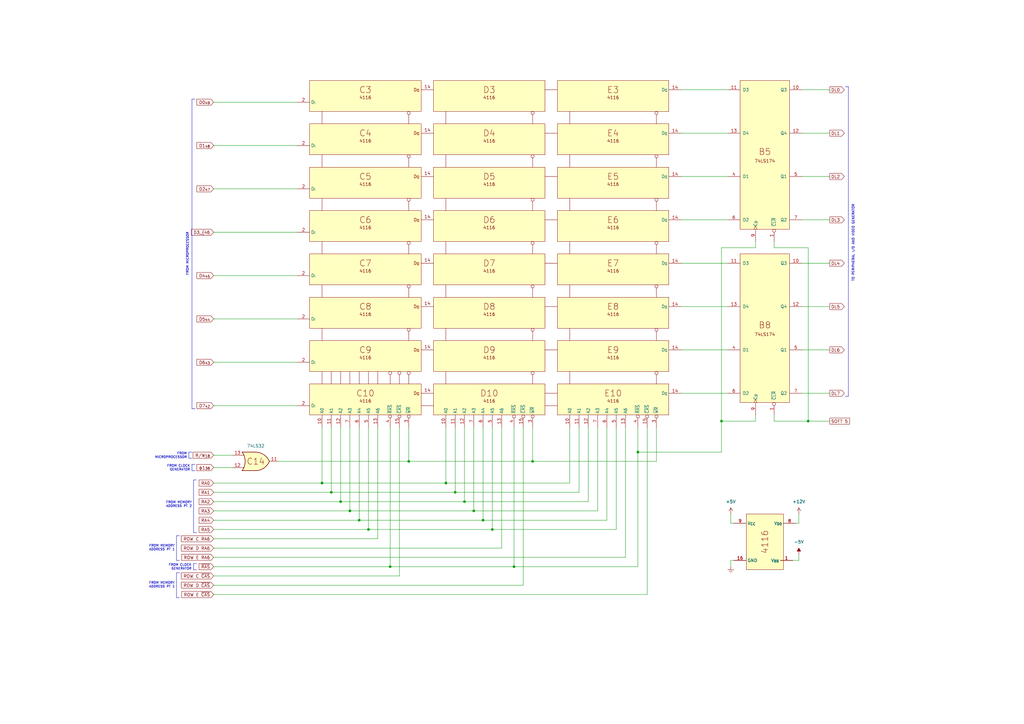
<source format=kicad_sch>
(kicad_sch (version 20211123) (generator eeschema)
  (paper "A3")
  (title_block (title "Apple II - RAM") (date "2022-07-11") (rev "ALL") (company "Apple Computers, Inc.") (comment 1 "Original schematic by Apple Computers") (comment 2 "https://github.com/omega9380/Retro-Schematics") (comment 3 "Replication by Omega9380 - July 2022") (comment 4 "Source: The Apple II Circuit Description by W. Gayler"))
  (lib_symbols
    (symbol "Apple II:4116_POWER"
      (symbol "4116_POWER_1_0"
        (rectangle (start 0 0) (end 22.86 -15.24) (fill (type background)))
        (pin power_in line (at 3.81 -19.05 90) (length 5.08) (name "V_{BB}") (number "1"))
        (pin power_in line (at 3.81 5.08 270) (length 5.08) (name "GND") (number "16"))
        (pin power_in line (at 19.05 -20.32 90) (length 5.08) (name "V_{DD}") (number "8"))
        (pin power_in line (at 19.05 5.08 270) (length 5.08) (name "V_{CC}") (number "9"))
      )
      (symbol "4116_POWER_1_1"
        (text "4116" (at 11.43 -7.62 0) (effects (font (size 2.54 2.54))))
      )
    )
    (symbol "Apple II:4116_RAM_ARRAY"
      (symbol "4116_RAM_ARRAY_0_0"
        (polyline (pts (xy 5.08 -124.46) (xy 5.08 -119.38)))
        (polyline (pts (xy 5.08 -106.68) (xy 5.08 -101.6)))
        (polyline (pts (xy 5.08 -88.9) (xy 5.08 -83.82)))
        (polyline (pts (xy 5.08 -71.12) (xy 5.08 -66.04)))
        (polyline (pts (xy 5.08 -53.34) (xy 5.08 -48.26)))
        (polyline (pts (xy 5.08 -35.56) (xy 5.08 -30.48)))
        (polyline (pts (xy 5.08 -17.78) (xy 5.08 -12.7)))
        (polyline (pts (xy 8.89 -124.46) (xy 8.89 -119.38)))
        (polyline (pts (xy 12.7 -124.46) (xy 12.7 -119.38)))
        (polyline (pts (xy 16.51 -124.46) (xy 16.51 -119.38)))
        (polyline (pts (xy 20.32 -124.46) (xy 20.32 -119.38)))
        (polyline (pts (xy 24.13 -124.46) (xy 24.13 -119.38)))
        (polyline (pts (xy 27.94 -124.46) (xy 27.94 -119.38)))
        (polyline (pts (xy 33.02 -120.65) (xy 33.02 -124.46)))
        (polyline (pts (xy 36.83 -120.65) (xy 36.83 -124.46)))
        (polyline (pts (xy 40.64 -120.65) (xy 40.64 -124.46)))
        (polyline (pts (xy 40.64 -102.87) (xy 40.64 -106.68)))
        (polyline (pts (xy 40.64 -85.09) (xy 40.64 -88.9)))
        (polyline (pts (xy 40.64 -67.31) (xy 40.64 -71.12)))
        (polyline (pts (xy 40.64 -49.53) (xy 40.64 -53.34)))
        (polyline (pts (xy 40.64 -31.75) (xy 40.64 -35.56)))
        (polyline (pts (xy 40.64 -13.97) (xy 40.64 -17.78)))
        (polyline (pts (xy 45.72 -110.49) (xy 50.8 -110.49)))
        (polyline (pts (xy 45.72 -92.71) (xy 50.8 -92.71)))
        (polyline (pts (xy 45.72 -74.93) (xy 50.8 -74.93)))
        (polyline (pts (xy 45.72 -57.15) (xy 50.8 -57.15)))
        (polyline (pts (xy 45.72 -39.37) (xy 50.8 -39.37)))
        (polyline (pts (xy 45.72 -21.59) (xy 50.8 -21.59)))
        (polyline (pts (xy 45.72 -3.81) (xy 50.8 -3.81)))
        (polyline (pts (xy 55.88 -124.46) (xy 55.88 -119.38)))
        (polyline (pts (xy 55.88 -106.68) (xy 55.88 -101.6)))
        (polyline (pts (xy 55.88 -88.9) (xy 55.88 -83.82)))
        (polyline (pts (xy 55.88 -71.12) (xy 55.88 -66.04)))
        (polyline (pts (xy 55.88 -53.34) (xy 55.88 -48.26)))
        (polyline (pts (xy 55.88 -35.56) (xy 55.88 -30.48)))
        (polyline (pts (xy 55.88 -17.78) (xy 55.88 -12.7)))
        (polyline (pts (xy 91.44 -120.65) (xy 91.44 -124.46)))
        (polyline (pts (xy 91.44 -102.87) (xy 91.44 -106.68)))
        (polyline (pts (xy 91.44 -85.09) (xy 91.44 -88.9)))
        (polyline (pts (xy 91.44 -67.31) (xy 91.44 -71.12)))
        (polyline (pts (xy 91.44 -49.53) (xy 91.44 -53.34)))
        (polyline (pts (xy 91.44 -31.75) (xy 91.44 -35.56)))
        (polyline (pts (xy 91.44 -13.97) (xy 91.44 -17.78)))
        (polyline (pts (xy 96.52 -133.35) (xy 101.6 -133.35)))
        (polyline (pts (xy 96.52 -128.27) (xy 101.6 -128.27)))
        (polyline (pts (xy 96.52 -110.49) (xy 101.6 -110.49)))
        (polyline (pts (xy 96.52 -92.71) (xy 101.6 -92.71)))
        (polyline (pts (xy 96.52 -74.93) (xy 101.6 -74.93)))
        (polyline (pts (xy 96.52 -57.15) (xy 101.6 -57.15)))
        (polyline (pts (xy 96.52 -39.37) (xy 101.6 -39.37)))
        (polyline (pts (xy 96.52 -21.59) (xy 101.6 -21.59)))
        (polyline (pts (xy 96.52 -3.81) (xy 101.6 -3.81)))
        (polyline (pts (xy 106.68 -124.46) (xy 106.68 -119.38)))
        (polyline (pts (xy 106.68 -106.68) (xy 106.68 -101.6)))
        (polyline (pts (xy 106.68 -88.9) (xy 106.68 -83.82)))
        (polyline (pts (xy 106.68 -71.12) (xy 106.68 -66.04)))
        (polyline (pts (xy 106.68 -53.34) (xy 106.68 -48.26)))
        (polyline (pts (xy 106.68 -35.56) (xy 106.68 -30.48)))
        (polyline (pts (xy 106.68 -17.78) (xy 106.68 -12.7)))
        (polyline (pts (xy 142.24 -120.65) (xy 142.24 -124.46)))
        (polyline (pts (xy 142.24 -102.87) (xy 142.24 -106.68)))
        (polyline (pts (xy 142.24 -85.09) (xy 142.24 -88.9)))
        (polyline (pts (xy 142.24 -67.31) (xy 142.24 -71.12)))
        (polyline (pts (xy 142.24 -49.53) (xy 142.24 -53.34)))
        (polyline (pts (xy 142.24 -31.75) (xy 142.24 -35.56)))
        (polyline (pts (xy 142.24 -13.97) (xy 142.24 -17.78)))
        (circle (center 33.02 -120.015) (radius 0.635))
        (circle (center 36.83 -120.015) (radius 0.635))
        (circle (center 40.64 -120.015) (radius 0.635))
        (circle (center 40.64 -102.235) (radius 0.635))
        (circle (center 40.64 -84.455) (radius 0.635))
        (circle (center 40.64 -66.675) (radius 0.635))
        (circle (center 40.64 -48.895) (radius 0.635))
        (circle (center 40.64 -31.115) (radius 0.635))
        (circle (center 40.64 -13.335) (radius 0.635))
        (circle (center 91.44 -120.015) (radius 0.635))
        (circle (center 91.44 -102.235) (radius 0.635))
        (circle (center 91.44 -84.455) (radius 0.635))
        (circle (center 91.44 -66.675) (radius 0.635))
        (circle (center 91.44 -48.895) (radius 0.635))
        (circle (center 91.44 -31.115) (radius 0.635))
        (circle (center 91.44 -13.335) (radius 0.635))
        (circle (center 142.24 -120.015) (radius 0.635))
        (circle (center 142.24 -102.235) (radius 0.635))
        (circle (center 142.24 -84.455) (radius 0.635))
        (circle (center 142.24 -66.675) (radius 0.635))
        (circle (center 142.24 -48.895) (radius 0.635))
        (circle (center 142.24 -31.115) (radius 0.635))
        (circle (center 142.24 -13.335) (radius 0.635))
        (text "14" (at 46.99 -109.22 0) (effects (font (size 1.27 1.27)) (justify left)))
        (text "14" (at 46.99 -91.44 0) (effects (font (size 1.27 1.27)) (justify left)))
        (text "14" (at 46.99 -73.66 0) (effects (font (size 1.27 1.27)) (justify left)))
        (text "14" (at 46.99 -55.88 0) (effects (font (size 1.27 1.27)) (justify left)))
        (text "14" (at 46.99 -38.1 0) (effects (font (size 1.27 1.27)) (justify left)))
        (text "14" (at 46.99 -20.32 0) (effects (font (size 1.27 1.27)) (justify left)))
        (text "14" (at 46.99 -2.54 0) (effects (font (size 1.27 1.27)) (justify left)))
        (text "4116" (at 22.86 -113.665 0) (effects (font (size 1.27 1.27))))
        (text "4116" (at 22.86 -95.885 0) (effects (font (size 1.27 1.27))))
        (text "4116" (at 22.86 -78.105 0) (effects (font (size 1.27 1.27))))
        (text "4116" (at 22.86 -60.325 0) (effects (font (size 1.27 1.27))))
        (text "4116" (at 22.86 -42.545 0) (effects (font (size 1.27 1.27))))
        (text "4116" (at 22.86 -24.765 0) (effects (font (size 1.27 1.27))))
        (text "4116" (at 22.86 -6.985 0) (effects (font (size 1.27 1.27))))
        (text "4116" (at 73.66 -113.665 0) (effects (font (size 1.27 1.27))))
        (text "4116" (at 73.66 -95.885 0) (effects (font (size 1.27 1.27))))
        (text "4116" (at 73.66 -78.105 0) (effects (font (size 1.27 1.27))))
        (text "4116" (at 73.66 -60.325 0) (effects (font (size 1.27 1.27))))
        (text "4116" (at 73.66 -42.545 0) (effects (font (size 1.27 1.27))))
        (text "4116" (at 73.66 -24.765 0) (effects (font (size 1.27 1.27))))
        (text "4116" (at 73.66 -6.985 0) (effects (font (size 1.27 1.27))))
        (text "4116" (at 124.46 -131.445 0) (effects (font (size 1.27 1.27))))
        (text "4116" (at 124.46 -113.665 0) (effects (font (size 1.27 1.27))))
        (text "4116" (at 124.46 -95.885 0) (effects (font (size 1.27 1.27))))
        (text "4116" (at 124.46 -78.105 0) (effects (font (size 1.27 1.27))))
        (text "4116" (at 124.46 -60.325 0) (effects (font (size 1.27 1.27))))
        (text "4116" (at 124.46 -42.545 0) (effects (font (size 1.27 1.27))))
        (text "4116" (at 124.46 -24.765 0) (effects (font (size 1.27 1.27))))
        (text "4116" (at 124.46 -6.985 0) (effects (font (size 1.27 1.27))))
        (text "C3" (at 22.86 -3.81 0) (effects (font (size 2.54 2.54))))
        (text "C4" (at 22.86 -21.59 0) (effects (font (size 2.54 2.54))))
        (text "C5" (at 22.86 -39.37 0) (effects (font (size 2.54 2.54))))
        (text "C6" (at 22.86 -57.15 0) (effects (font (size 2.54 2.54))))
        (text "C7" (at 22.86 -74.93 0) (effects (font (size 2.54 2.54))))
        (text "C8" (at 22.86 -92.71 0) (effects (font (size 2.54 2.54))))
        (text "C9" (at 22.86 -110.49 0) (effects (font (size 2.54 2.54))))
        (text "D3" (at 73.66 -3.81 0) (effects (font (size 2.54 2.54))))
        (text "D4" (at 73.66 -21.59 0) (effects (font (size 2.54 2.54))))
        (text "D5" (at 73.66 -39.37 0) (effects (font (size 2.54 2.54))))
        (text "D6" (at 73.66 -57.15 0) (effects (font (size 2.54 2.54))))
        (text "D7" (at 73.66 -74.93 0) (effects (font (size 2.54 2.54))))
        (text "D8" (at 73.66 -92.71 0) (effects (font (size 2.54 2.54))))
        (text "D9" (at 73.66 -110.49 0) (effects (font (size 2.54 2.54))))
        (text "D_{O}" (at 45.085 -110.49 0) (effects (font (size 1.27 1.27)) (justify right)))
        (text "D_{O}" (at 45.085 -92.71 0) (effects (font (size 1.27 1.27)) (justify right)))
        (text "D_{O}" (at 45.085 -74.93 0) (effects (font (size 1.27 1.27)) (justify right)))
        (text "D_{O}" (at 45.085 -57.15 0) (effects (font (size 1.27 1.27)) (justify right)))
        (text "D_{O}" (at 45.085 -39.37 0) (effects (font (size 1.27 1.27)) (justify right)))
        (text "D_{O}" (at 45.085 -21.59 0) (effects (font (size 1.27 1.27)) (justify right)))
        (text "D_{O}" (at 45.085 -3.81 0) (effects (font (size 1.27 1.27)) (justify right)))
        (text "E10" (at 124.46 -128.27 0) (effects (font (size 2.54 2.54))))
        (text "E3" (at 124.46 -3.81 0) (effects (font (size 2.54 2.54))))
        (text "E4" (at 124.46 -21.59 0) (effects (font (size 2.54 2.54))))
        (text "E5" (at 124.46 -39.37 0) (effects (font (size 2.54 2.54))))
        (text "E6" (at 124.46 -57.15 0) (effects (font (size 2.54 2.54))))
        (text "E7" (at 124.46 -74.93 0) (effects (font (size 2.54 2.54))))
        (text "E8" (at 124.46 -92.71 0) (effects (font (size 2.54 2.54))))
        (text "E9" (at 124.46 -110.49 0) (effects (font (size 2.54 2.54))))
      )
      (symbol "4116_RAM_ARRAY_0_1"
        (rectangle (start 0 -106.68) (end 45.72 -119.38) (fill (type background)))
        (rectangle (start 0 -88.9) (end 45.72 -101.6) (fill (type background)))
        (rectangle (start 0 -71.12) (end 45.72 -83.82) (fill (type background)))
        (rectangle (start 0 -53.34) (end 45.72 -66.04) (fill (type background)))
        (rectangle (start 0 -35.56) (end 45.72 -48.26) (fill (type background)))
        (rectangle (start 0 -17.78) (end 45.72 -30.48) (fill (type background)))
        (rectangle (start 0 0) (end 45.72 -12.7) (fill (type background)))
        (rectangle (start 50.8 -106.68) (end 96.52 -119.38) (fill (type background)))
        (rectangle (start 50.8 -88.9) (end 96.52 -101.6) (fill (type background)))
        (rectangle (start 50.8 -71.12) (end 96.52 -83.82) (fill (type background)))
        (rectangle (start 50.8 -53.34) (end 96.52 -66.04) (fill (type background)))
        (rectangle (start 50.8 -35.56) (end 96.52 -48.26) (fill (type background)))
        (rectangle (start 50.8 -17.78) (end 96.52 -30.48) (fill (type background)))
        (rectangle (start 50.8 0) (end 96.52 -12.7) (fill (type background)))
        (rectangle (start 101.6 -124.46) (end 147.32 -137.16) (fill (type background)))
        (rectangle (start 101.6 -106.68) (end 147.32 -119.38) (fill (type background)))
        (rectangle (start 101.6 -88.9) (end 147.32 -101.6) (fill (type background)))
        (rectangle (start 101.6 -71.12) (end 147.32 -83.82) (fill (type background)))
        (rectangle (start 101.6 -53.34) (end 147.32 -66.04) (fill (type background)))
        (rectangle (start 101.6 -35.56) (end 147.32 -48.26) (fill (type background)))
        (rectangle (start 101.6 -17.78) (end 147.32 -30.48) (fill (type background)))
        (rectangle (start 101.6 0) (end 147.32 -12.7) (fill (type background)))
      )
      (symbol "4116_RAM_ARRAY_1_0"
        (polyline (pts (xy 45.72 -133.35) (xy 50.8 -133.35)))
        (polyline (pts (xy 45.72 -128.27) (xy 50.8 -128.27)))
        (pin input line (at 5.08 -142.24 90) (length 5.08) (name "A0") (number "10"))
        (pin input line (at 55.88 -142.24 90) (length 5.08) (name "A0") (number "10"))
        (pin input line (at 106.68 -142.24 90) (length 5.08) (name "A0") (number "10"))
        (pin input line (at 8.89 -142.24 90) (length 5.08) (name "A1") (number "11"))
        (pin input line (at 59.69 -142.24 90) (length 5.08) (name "A1") (number "11"))
        (pin input line (at 110.49 -142.24 90) (length 5.08) (name "A1") (number "11"))
        (pin input line (at 12.7 -142.24 90) (length 5.08) (name "A2") (number "12"))
        (pin input line (at 63.5 -142.24 90) (length 5.08) (name "A2") (number "12"))
        (pin input line (at 114.3 -142.24 90) (length 5.08) (name "A2") (number "12"))
        (pin input line (at 27.94 -142.24 90) (length 5.08) (name "A6") (number "13"))
        (pin input line (at 78.74 -142.24 90) (length 5.08) (name "A6") (number "13"))
        (pin input line (at 129.54 -142.24 90) (length 5.08) (name "A6") (number "13"))
        (pin output line (at 152.4 -128.27 180) (length 5.08) (name "D_{O}") (number "14"))
        (pin output line (at 152.4 -110.49 180) (length 5.08) (name "D_{O}") (number "14"))
        (pin output line (at 152.4 -92.71 180) (length 5.08) (name "D_{O}") (number "14"))
        (pin output line (at 152.4 -74.93 180) (length 5.08) (name "D_{O}") (number "14"))
        (pin output line (at 152.4 -57.15 180) (length 5.08) (name "D_{O}") (number "14"))
        (pin output line (at 152.4 -39.37 180) (length 5.08) (name "D_{O}") (number "14"))
        (pin output line (at 152.4 -21.59 180) (length 5.08) (name "D_{O}") (number "14"))
        (pin output line (at 152.4 -3.81 180) (length 5.08) (name "D_{O}") (number "14"))
        (pin input inverted (at 36.83 -142.24 90) (length 5.08) (name "~{CAS}") (number "15"))
        (pin input inverted (at 87.63 -142.24 90) (length 5.08) (name "~{CAS}") (number "15"))
        (pin input inverted (at 138.43 -142.24 90) (length 5.08) (name "~{CAS}") (number "15"))
        (pin input line (at -5.08 -133.35 0) (length 5.08) (name "D_{I}") (number "2"))
        (pin input line (at -5.08 -115.57 0) (length 5.08) (name "D_{I}") (number "2"))
        (pin input line (at -5.08 -97.79 0) (length 5.08) (name "D_{I}") (number "2"))
        (pin input line (at -5.08 -80.01 0) (length 5.08) (name "D_{I}") (number "2"))
        (pin input line (at -5.08 -62.23 0) (length 5.08) (name "D_{I}") (number "2"))
        (pin input line (at -5.08 -44.45 0) (length 5.08) (name "D_{I}") (number "2"))
        (pin input line (at -5.08 -26.67 0) (length 5.08) (name "D_{I}") (number "2"))
        (pin input line (at -5.08 -8.89 0) (length 5.08) (name "D_{I}") (number "2"))
        (pin input inverted (at 40.64 -142.24 90) (length 5.08) (name "~{WR}") (number "3"))
        (pin input inverted (at 91.44 -142.24 90) (length 5.08) (name "~{WR}") (number "3"))
        (pin input inverted (at 142.24 -142.24 90) (length 5.08) (name "~{WR}") (number "3"))
        (pin input inverted (at 33.02 -142.24 90) (length 5.08) (name "~{RAS}") (number "4"))
        (pin input inverted (at 83.82 -142.24 90) (length 5.08) (name "~{RAS}") (number "4"))
        (pin input inverted (at 134.62 -142.24 90) (length 5.08) (name "~{RAS}") (number "4"))
        (pin input line (at 24.13 -142.24 90) (length 5.08) (name "A5") (number "5"))
        (pin input line (at 74.93 -142.24 90) (length 5.08) (name "A5") (number "5"))
        (pin input line (at 125.73 -142.24 90) (length 5.08) (name "A5") (number "5"))
        (pin input line (at 20.32 -142.24 90) (length 5.08) (name "A4") (number "6"))
        (pin input line (at 71.12 -142.24 90) (length 5.08) (name "A4") (number "6"))
        (pin input line (at 121.92 -142.24 90) (length 5.08) (name "A4") (number "6"))
        (pin input line (at 16.51 -142.24 90) (length 5.08) (name "A3") (number "7"))
        (pin input line (at 67.31 -142.24 90) (length 5.08) (name "A3") (number "7"))
        (pin input line (at 118.11 -142.24 90) (length 5.08) (name "A3") (number "7"))
      )
      (symbol "4116_RAM_ARRAY_1_1"
        (rectangle (start 0 -124.46) (end 45.72 -137.16) (fill (type background)))
        (rectangle (start 50.8 -124.46) (end 96.52 -137.16) (fill (type background)))
        (text "14" (at 46.99 -127 0) (effects (font (size 1.27 1.27)) (justify left)))
        (text "4116" (at 22.86 -131.445 0) (effects (font (size 1.27 1.27))))
        (text "4116" (at 73.66 -131.445 0) (effects (font (size 1.27 1.27))))
        (text "C10" (at 22.86 -128.27 0) (effects (font (size 2.54 2.54))))
        (text "D10" (at 73.66 -128.27 0) (effects (font (size 2.54 2.54))))
        (text "D_{O}" (at 45.085 -128.27 0) (effects (font (size 1.27 1.27)) (justify right)))
      )
    )
    (symbol "Apple II:B5_74LS174" (pin_names (offset 1.016))
      (symbol "B5_74LS174_0_0"
        (text "74LS174" (at 10.16 -33.02 0) (effects (font (size 1.27 1.27))))
        (text "B5" (at 10.16 -29.21 0) (effects (font (size 2.54 2.54))))
      )
      (symbol "B5_74LS174_0_1"
        (rectangle (start 0 0) (end 20.32 -60.96) (fill (type background)))
      )
      (symbol "B5_74LS174_1_0"
        (pin input inverted (at 13.97 -66.04 90) (length 5.08) (name "~{CLR}") (number "1"))
        (pin output line (at 25.4 -3.81 180) (length 5.08) (name "Q3") (number "10"))
        (pin input line (at -5.08 -3.81 0) (length 5.08) (name "D3") (number "11"))
        (pin output line (at 25.4 -21.59 180) (length 5.08) (name "Q4") (number "12"))
        (pin input line (at -5.08 -21.59 0) (length 5.08) (name "D4") (number "13"))
        (pin input line (at -5.08 -39.37 0) (length 5.08) (name "D1") (number "4"))
        (pin output line (at 25.4 -39.37 180) (length 5.08) (name "Q1") (number "5"))
        (pin input line (at -5.08 -57.15 0) (length 5.08) (name "D2") (number "6"))
        (pin output line (at 25.4 -57.15 180) (length 5.08) (name "Q2") (number "7"))
        (pin input clock (at 6.35 -66.04 90) (length 5.08) (name "Cp") (number "9"))
      )
    )
    (symbol "Apple II:B8_74LS174" (pin_names (offset 1.016))
      (symbol "B8_74LS174_0_0"
        (text "74LS174" (at 10.16 -33.02 0) (effects (font (size 1.27 1.27))))
        (text "B8" (at 10.16 -29.21 0) (effects (font (size 2.54 2.54))))
      )
      (symbol "B8_74LS174_0_1"
        (rectangle (start 0 0) (end 20.32 -60.96) (fill (type background)))
      )
      (symbol "B8_74LS174_1_0"
        (pin input inverted (at 13.97 -66.04 90) (length 5.08) (name "~{CLR}") (number "1"))
        (pin output line (at 25.4 -3.81 180) (length 5.08) (name "Q3") (number "10"))
        (pin input line (at -5.08 -3.81 0) (length 5.08) (name "D3") (number "11"))
        (pin output line (at 25.4 -21.59 180) (length 5.08) (name "Q4") (number "12"))
        (pin input line (at -5.08 -21.59 0) (length 5.08) (name "D4") (number "13"))
        (pin input line (at -5.08 -39.37 0) (length 5.08) (name "D1") (number "4"))
        (pin output line (at 25.4 -39.37 180) (length 5.08) (name "Q1") (number "5"))
        (pin input line (at -5.08 -57.15 0) (length 5.08) (name "D2") (number "6"))
        (pin output line (at 25.4 -57.15 180) (length 5.08) (name "Q2") (number "7"))
        (pin input clock (at 6.35 -66.04 90) (length 5.08) (name "Cp") (number "9"))
      )
    )
    (symbol "Apple II:C14_74LS32" (pin_names (offset 1.016))
      (property "Value" "C14_74LS32" (at 0 -6.35 0))
      (symbol "C14_74LS32_0_0"
        (polyline (pts (xy -4.064 -2.54) (xy -4.572 -2.54)))
        (polyline (pts (xy -4.064 2.54) (xy -4.572 2.54)))
        (text "C14" (at 0.762 0 0) (effects (font (size 2.54 2.54))))
      )
      (symbol "C14_74LS32_0_1"
        (arc (start -4.8262 -3.81) (mid -3.6052 0) (end -4.8262 3.81) (stroke (width 0.254)))
        (polyline (pts (xy -4.826 -3.81) (xy 0.254 -3.81)) (stroke (width 0.254)) (fill (type background)))
        (polyline (pts (xy -4.826 3.81) (xy 0.254 3.81)) (stroke (width 0.254)) (fill (type background)))
        (polyline (pts (xy 0.508 3.81) (xy -4.699 3.81) (xy -4.699 3.81) (xy -4.445 3.4036) (xy -3.9116 2.2606) (xy -3.5814 1.0414) (xy -3.5052 -0.254) (xy -3.6576 -1.4986) (xy -4.064 -2.7178) (xy -4.699 -3.81) (xy -4.699 -3.81) (xy 0.508 -3.81)) (stroke (width -25.4)) (fill (type background)))
        (arc (start 0.254 -3.81) (mid 3.8863 -2.8398) (end 6.35 0) (stroke (width 0.254)) (fill (type background)))
        (arc (start 6.35 0) (mid 3.8942 2.8525) (end 0.254 3.81) (stroke (width 0.254)) (fill (type background)))
      )
      (symbol "C14_74LS32_1_1"
        (pin input line (at -8.89 2.54 0) (length 4.318) (name "~") (number "1"))
        (pin input line (at -8.89 -2.54 0) (length 4.318) (name "~") (number "2"))
        (pin output line (at 10.16 0 180) (length 3.81) (name "~") (number "3"))
      )
      (symbol "C14_74LS32_1_2"
        (arc (start 0 -3.81) (mid 3.81 0) (end 0 3.81) (stroke (width 0.254)) (fill (type background)))
        (polyline (pts (xy 0 3.81) (xy -3.81 3.81) (xy -3.81 -3.81) (xy 0 -3.81)) (stroke (width 0.254)) (fill (type background)))
        (pin input inverted (at -7.62 2.54 0) (length 3.81) (name "~") (number "1"))
        (pin input inverted (at -7.62 -2.54 0) (length 3.81) (name "~") (number "2"))
        (pin output inverted (at 7.62 0 180) (length 3.81) (name "~") (number "3"))
      )
      (symbol "C14_74LS32_2_1"
        (pin input line (at -8.89 2.54 0) (length 4.318) (name "~") (number "4"))
        (pin input line (at -8.89 -2.54 0) (length 4.318) (name "~") (number "5"))
        (pin output line (at 10.16 0 180) (length 3.81) (name "~") (number "6"))
      )
      (symbol "C14_74LS32_2_2"
        (arc (start 0 -3.81) (mid 3.81 0) (end 0 3.81) (stroke (width 0.254)) (fill (type background)))
        (polyline (pts (xy 0 3.81) (xy -3.81 3.81) (xy -3.81 -3.81) (xy 0 -3.81)) (stroke (width 0.254)) (fill (type background)))
        (pin input inverted (at -7.62 2.54 0) (length 3.81) (name "~") (number "4"))
        (pin input inverted (at -7.62 -2.54 0) (length 3.81) (name "~") (number "5"))
        (pin output inverted (at 7.62 0 180) (length 3.81) (name "~") (number "6"))
      )
      (symbol "C14_74LS32_3_1"
        (pin input line (at -8.89 -2.54 0) (length 4.318) (name "~") (number "10"))
        (pin output line (at 10.16 0 180) (length 3.81) (name "~") (number "8"))
        (pin input line (at -8.89 2.54 0) (length 4.318) (name "~") (number "9"))
      )
      (symbol "C14_74LS32_3_2"
        (arc (start 0 -3.81) (mid 3.81 0) (end 0 3.81) (stroke (width 0.254)) (fill (type background)))
        (polyline (pts (xy 0 3.81) (xy -3.81 3.81) (xy -3.81 -3.81) (xy 0 -3.81)) (stroke (width 0.254)) (fill (type background)))
        (pin input inverted (at -7.62 -2.54 0) (length 3.81) (name "~") (number "10"))
        (pin output inverted (at 7.62 0 180) (length 3.81) (name "~") (number "8"))
        (pin input inverted (at -7.62 2.54 0) (length 3.81) (name "~") (number "9"))
      )
      (symbol "C14_74LS32_4_1"
        (pin output line (at 10.16 0 180) (length 3.81) (name "~") (number "11"))
        (pin input line (at -8.89 2.54 0) (length 4.318) (name "~") (number "12"))
        (pin input line (at -8.89 -2.54 0) (length 4.318) (name "~") (number "13"))
      )
      (symbol "C14_74LS32_4_2"
        (arc (start 0 -3.81) (mid 3.81 0) (end 0 3.81) (stroke (width 0.254)) (fill (type background)))
        (polyline (pts (xy 0 3.81) (xy -3.81 3.81) (xy -3.81 -3.81) (xy 0 -3.81)) (stroke (width 0.254)) (fill (type background)))
        (pin output inverted (at 7.62 0 180) (length 3.81) (name "~") (number "11"))
        (pin input inverted (at -7.62 2.54 0) (length 3.81) (name "~") (number "12"))
        (pin input inverted (at -7.62 -2.54 0) (length 3.81) (name "~") (number "13"))
      )
    )
    (symbol "power:+12V" (power) (pin_names (offset 0))
      (property "Value" "+12V" (at 0 3.556 0))
      (symbol "+12V_0_1"
        (polyline (pts (xy -0.762 1.27) (xy 0 2.54)))
        (polyline (pts (xy 0 0) (xy 0 2.54)))
        (polyline (pts (xy 0 2.54) (xy 0.762 1.27)))
      )
      (symbol "+12V_1_1"
        (pin power_in line (at 0 0 90) (length 0) hide (name "+12V") (number "1"))
      )
    )
    (symbol "power:+5V" (power) (pin_names (offset 0))
      (property "Value" "+5V" (at 0 3.556 0))
      (symbol "+5V_0_1"
        (polyline (pts (xy -0.762 1.27) (xy 0 2.54)))
        (polyline (pts (xy 0 0) (xy 0 2.54)))
        (polyline (pts (xy 0 2.54) (xy 0.762 1.27)))
      )
      (symbol "+5V_1_1"
        (pin power_in line (at 0 0 90) (length 0) hide (name "+5V") (number "1"))
      )
    )
    (symbol "power:-5V" (power) (pin_names (offset 0))
      (property "Value" "-5V" (at 0 3.81 0))
      (symbol "-5V_0_0"
        (pin power_in line (at 0 0 90) (length 0) hide (name "-5V") (number "1"))
      )
      (symbol "-5V_0_1"
        (polyline (pts (xy 0 0) (xy 0 1.27) (xy 0.762 1.27) (xy 0 2.54) (xy -0.762 1.27) (xy 0 1.27)) (fill (type outline)))
      )
    )
    (symbol "power:Earth" (power) (pin_names (offset 0))
      (symbol "Earth_0_1"
        (polyline (pts (xy -0.635 -1.905) (xy 0.635 -1.905)))
        (polyline (pts (xy -0.127 -2.54) (xy 0.127 -2.54)))
        (polyline (pts (xy 0 -1.27) (xy 0 0)))
        (polyline (pts (xy 1.27 -1.27) (xy -1.27 -1.27)))
      )
      (symbol "Earth_1_1"
        (pin power_in line (at 0 0 270) (length 0) hide (name "Earth") (number "1"))
      )
    )
  )
  (junction (at 295.91 172.72))
  (junction (at 218.44 189.23))
  (junction (at 151.13 217.17))
  (junction (at 201.93 217.17))
  (junction (at 198.12 213.36))
  (junction (at 182.88 198.12))
  (junction (at 331.47 172.72))
  (junction (at 261.62 185.42))
  (junction (at 210.82 232.41))
  (junction (at 143.51 209.55))
  (junction (at 186.69 201.93))
  (junction (at 139.7 205.74))
  (junction (at 135.89 201.93))
  (junction (at 167.64 189.23))
  (junction (at 147.32 213.36))
  (junction (at 160.02 232.41))
  (junction (at 132.08 198.12))
  (junction (at 194.31 209.55))
  (junction (at 190.5 205.74))
  (wire (pts (xy 298.45 107.95) (xy 279.4 107.95)))
  (wire (pts (xy 298.45 54.61) (xy 279.4 54.61)))
  (wire (pts (xy 205.74 175.26) (xy 205.74 224.79)))
  (polyline (pts (xy 78.74 190.5) (xy 78.74 193.04)) (stroke (width 0) (type solid)))
  (polyline (pts (xy 80.645 196.85) (xy 79.375 196.85)) (stroke (width 0) (type solid)))
  (wire (pts (xy 252.73 217.17) (xy 201.93 217.17)))
  (wire (pts (xy 237.49 175.26) (xy 237.49 201.93)))
  (polyline (pts (xy 347.98 162.56) (xy 347.98 35.56)) (stroke (width 0) (type solid)))
  (wire (pts (xy 340.36 125.73) (xy 328.93 125.73)))
  (wire (pts (xy 317.5 172.72) (xy 331.47 172.72)))
  (wire (pts (xy 298.45 143.51) (xy 279.4 143.51)))
  (wire (pts (xy 147.32 175.26) (xy 147.32 213.36)))
  (wire (pts (xy 241.3 175.26) (xy 241.3 205.74)))
  (polyline (pts (xy 346.71 162.56) (xy 347.98 162.56)) (stroke (width 0) (type solid)))
  (wire (pts (xy 269.24 189.23) (xy 218.44 189.23)))
  (polyline (pts (xy 78.74 187.96) (xy 77.47 187.96)) (stroke (width 0) (type solid)))
  (wire (pts (xy 265.43 175.26) (xy 265.43 243.84)))
  (wire (pts (xy 201.93 175.26) (xy 201.93 217.17)))
  (polyline (pts (xy 78.74 167.64) (xy 78.74 40.64)) (stroke (width 0) (type solid)))
  (wire (pts (xy 299.72 214.63) (xy 299.72 210.82)))
  (polyline (pts (xy 80.01 193.04) (xy 78.74 193.04)) (stroke (width 0) (type solid)))
  (wire (pts (xy 210.82 175.26) (xy 210.82 232.41)))
  (wire (pts (xy 205.74 224.79) (xy 87.63 224.79)))
  (polyline (pts (xy 80.645 231.14) (xy 79.375 231.14)) (stroke (width 0) (type solid)))
  (wire (pts (xy 340.36 90.17) (xy 328.93 90.17)))
  (wire (pts (xy 327.66 214.63) (xy 327.66 210.82)))
  (wire (pts (xy 331.47 172.72) (xy 340.36 172.72)))
  (wire (pts (xy 309.88 172.72) (xy 309.88 170.18)))
  (wire (pts (xy 269.24 175.26) (xy 269.24 189.23)))
  (wire (pts (xy 340.36 107.95) (xy 328.93 107.95)))
  (polyline (pts (xy 73.66 245.11) (xy 72.39 245.11)) (stroke (width 0) (type solid)))
  (wire (pts (xy 139.7 205.74) (xy 139.7 175.26)))
  (wire (pts (xy 340.36 36.83) (xy 328.93 36.83)))
  (wire (pts (xy 198.12 213.36) (xy 248.92 213.36)))
  (wire (pts (xy 87.63 113.03) (xy 121.92 113.03)))
  (wire (pts (xy 245.11 175.26) (xy 245.11 209.55)))
  (polyline (pts (xy 346.71 35.56) (xy 347.98 35.56)) (stroke (width 0) (type solid)))
  (wire (pts (xy 87.63 77.47) (xy 121.92 77.47)))
  (wire (pts (xy 331.47 101.6) (xy 317.5 101.6)))
  (polyline (pts (xy 72.39 234.95) (xy 72.39 245.11)) (stroke (width 0) (type solid)))
  (wire (pts (xy 160.02 232.41) (xy 210.82 232.41)))
  (wire (pts (xy 340.36 72.39) (xy 328.93 72.39)))
  (polyline (pts (xy 73.66 219.71) (xy 72.39 219.71)) (stroke (width 0) (type solid)))
  (wire (pts (xy 87.63 205.74) (xy 139.7 205.74)))
  (wire (pts (xy 248.92 175.26) (xy 248.92 213.36)))
  (wire (pts (xy 190.5 205.74) (xy 139.7 205.74)))
  (wire (pts (xy 160.02 175.26) (xy 160.02 232.41)))
  (wire (pts (xy 210.82 232.41) (xy 261.62 232.41)))
  (wire (pts (xy 135.89 175.26) (xy 135.89 201.93)))
  (polyline (pts (xy 73.66 229.87) (xy 72.39 229.87)) (stroke (width 0) (type solid)))
  (wire (pts (xy 167.64 189.23) (xy 218.44 189.23)))
  (wire (pts (xy 167.64 175.26) (xy 167.64 189.23)))
  (wire (pts (xy 340.36 54.61) (xy 328.93 54.61)))
  (wire (pts (xy 163.83 175.26) (xy 163.83 236.22)))
  (wire (pts (xy 331.47 172.72) (xy 331.47 101.6)))
  (wire (pts (xy 326.39 214.63) (xy 327.66 214.63)))
  (polyline (pts (xy 80.01 167.64) (xy 78.74 167.64)) (stroke (width 0) (type solid)))
  (polyline (pts (xy 77.47 185.42) (xy 77.47 187.96)) (stroke (width 0) (type solid)))
  (wire (pts (xy 182.88 175.26) (xy 182.88 198.12)))
  (wire (pts (xy 340.36 161.29) (xy 328.93 161.29)))
  (wire (pts (xy 143.51 209.55) (xy 87.63 209.55)))
  (polyline (pts (xy 79.375 231.14) (xy 79.375 233.68)) (stroke (width 0) (type solid)))
  (wire (pts (xy 186.69 201.93) (xy 237.49 201.93)))
  (wire (pts (xy 87.63 191.77) (xy 95.25 191.77)))
  (wire (pts (xy 261.62 185.42) (xy 295.91 185.42)))
  (wire (pts (xy 214.63 240.03) (xy 87.63 240.03)))
  (polyline (pts (xy 80.645 218.44) (xy 79.375 218.44)) (stroke (width 0) (type solid)))
  (wire (pts (xy 317.5 101.6) (xy 317.5 99.06)))
  (wire (pts (xy 154.94 220.98) (xy 87.63 220.98)))
  (wire (pts (xy 300.99 229.87) (xy 299.72 229.87)))
  (wire (pts (xy 132.08 175.26) (xy 132.08 198.12)))
  (polyline (pts (xy 72.39 219.71) (xy 72.39 229.87)) (stroke (width 0) (type solid)))
  (wire (pts (xy 298.45 72.39) (xy 279.4 72.39)))
  (wire (pts (xy 241.3 205.74) (xy 190.5 205.74)))
  (wire (pts (xy 87.63 186.69) (xy 95.25 186.69)))
  (wire (pts (xy 325.12 229.87) (xy 327.66 229.87)))
  (wire (pts (xy 182.88 198.12) (xy 132.08 198.12)))
  (wire (pts (xy 298.45 161.29) (xy 279.4 161.29)))
  (wire (pts (xy 87.63 232.41) (xy 160.02 232.41)))
  (wire (pts (xy 135.89 201.93) (xy 186.69 201.93)))
  (wire (pts (xy 190.5 175.26) (xy 190.5 205.74)))
  (wire (pts (xy 340.36 143.51) (xy 328.93 143.51)))
  (wire (pts (xy 87.63 198.12) (xy 132.08 198.12)))
  (wire (pts (xy 87.63 148.59) (xy 121.92 148.59)))
  (wire (pts (xy 214.63 175.26) (xy 214.63 240.03)))
  (wire (pts (xy 143.51 175.26) (xy 143.51 209.55)))
  (wire (pts (xy 194.31 209.55) (xy 245.11 209.55)))
  (wire (pts (xy 87.63 59.69) (xy 121.92 59.69)))
  (wire (pts (xy 151.13 217.17) (xy 87.63 217.17)))
  (wire (pts (xy 147.32 213.36) (xy 198.12 213.36)))
  (wire (pts (xy 87.63 130.81) (xy 121.92 130.81)))
  (wire (pts (xy 87.63 95.25) (xy 121.92 95.25)))
  (wire (pts (xy 298.45 90.17) (xy 279.4 90.17)))
  (wire (pts (xy 300.99 214.63) (xy 299.72 214.63)))
  (wire (pts (xy 299.72 229.87) (xy 299.72 232.41)))
  (polyline (pts (xy 80.01 40.64) (xy 78.74 40.64)) (stroke (width 0) (type solid)))
  (wire (pts (xy 327.66 229.87) (xy 327.66 227.33)))
  (wire (pts (xy 186.69 175.26) (xy 186.69 201.93)))
  (wire (pts (xy 298.45 125.73) (xy 279.4 125.73)))
  (wire (pts (xy 154.94 175.26) (xy 154.94 220.98)))
  (wire (pts (xy 261.62 185.42) (xy 261.62 232.41)))
  (wire (pts (xy 87.63 213.36) (xy 147.32 213.36)))
  (wire (pts (xy 218.44 175.26) (xy 218.44 189.23)))
  (wire (pts (xy 233.68 175.26) (xy 233.68 198.12)))
  (wire (pts (xy 201.93 217.17) (xy 151.13 217.17)))
  (polyline (pts (xy 78.74 185.42) (xy 77.47 185.42)) (stroke (width 0) (type solid)))
  (wire (pts (xy 317.5 170.18) (xy 317.5 172.72)))
  (wire (pts (xy 309.88 101.6) (xy 295.91 101.6)))
  (wire (pts (xy 194.31 175.26) (xy 194.31 209.55)))
  (wire (pts (xy 87.63 201.93) (xy 135.89 201.93)))
  (wire (pts (xy 87.63 41.91) (xy 121.92 41.91)))
  (wire (pts (xy 295.91 185.42) (xy 295.91 172.72)))
  (wire (pts (xy 198.12 175.26) (xy 198.12 213.36)))
  (wire (pts (xy 163.83 236.22) (xy 87.63 236.22)))
  (polyline (pts (xy 80.645 233.68) (xy 79.375 233.68)) (stroke (width 0) (type solid)))
  (wire (pts (xy 143.51 209.55) (xy 194.31 209.55)))
  (wire (pts (xy 256.54 175.26) (xy 256.54 228.6)))
  (polyline (pts (xy 80.01 190.5) (xy 78.74 190.5)) (stroke (width 0) (type solid)))
  (wire (pts (xy 252.73 175.26) (xy 252.73 217.17)))
  (wire (pts (xy 114.3 189.23) (xy 167.64 189.23)))
  (wire (pts (xy 151.13 175.26) (xy 151.13 217.17)))
  (wire (pts (xy 295.91 101.6) (xy 295.91 172.72)))
  (wire (pts (xy 87.63 166.37) (xy 121.92 166.37)))
  (wire (pts (xy 295.91 172.72) (xy 309.88 172.72)))
  (wire (pts (xy 309.88 99.06) (xy 309.88 101.6)))
  (wire (pts (xy 265.43 243.84) (xy 87.63 243.84)))
  (polyline (pts (xy 73.66 234.95) (xy 72.39 234.95)) (stroke (width 0) (type solid)))
  (wire (pts (xy 256.54 228.6) (xy 87.63 228.6)))
  (wire (pts (xy 298.45 36.83) (xy 279.4 36.83)))
  (wire (pts (xy 261.62 175.26) (xy 261.62 185.42)))
  (wire (pts (xy 233.68 198.12) (xy 182.88 198.12)))
  (polyline (pts (xy 79.375 196.85) (xy 79.375 218.44)) (stroke (width 0) (type solid)))
  (text "TO PERIPHERAL I/O AND VIDEO GENERATOR" (at 350.52 115.57 90) (effects (font (size 0.96 0.96)) (justify left bottom)))
  (text "FROM\nMICROPROCESSOR" (at 76.708 188.214 180) (effects (font (size 0.96 0.96)) (justify right bottom)))
  (text "FROM MEMORY\nADDRESS PT 1" (at 71.755 226.06 180) (effects (font (size 0.96 0.96)) (justify right bottom)))
  (text "FROM MEMORY\nADDRESS PT 2" (at 78.74 208.28 180) (effects (font (size 0.96 0.96)) (justify right bottom)))
  (text "FROM CLOCK\nGENERATOR" (at 77.978 193.294 180) (effects (font (size 0.96 0.96)) (justify right bottom)))
  (text "FROM MEMORY\nADDRESS PT 1" (at 71.755 241.3 180) (effects (font (size 0.96 0.96)) (justify right bottom)))
  (text "FROM CLOCK\nGENERATOR" (at 78.613 233.934 180) (effects (font (size 0.96 0.96)) (justify right bottom)))
  (text "FROM MICROPROCESSOR" (at 77.47 113.03 90) (effects (font (size 0.96 0.96)) (justify left bottom)))
  (global_label "D4_{45}" (shape input) (at 87.63 113.03 180) (property "Intersheet References" "${INTERSHEET_REFS}" (effects hide)))
  (global_label "ROW D RA6" (shape input) (at 87.63 224.79 180) (property "Intersheet References" "${INTERSHEET_REFS}" (effects hide)))
  (global_label "DL0" (shape output) (at 340.36 36.83 0) (property "Intersheet References" "${INTERSHEET_REFS}" (effects hide)))
  (global_label "DL7" (shape output) (at 340.36 161.29 0) (property "Intersheet References" "${INTERSHEET_REFS}" (effects hide)))
  (global_label "ɸ1_{38}" (shape input) (at 87.63 191.77 180) (property "Intersheet References" "${INTERSHEET_REFS}" (effects hide)))
  (global_label "ROW C ~{CAS}" (shape input) (at 87.63 236.22 180) (property "Intersheet References" "${INTERSHEET_REFS}" (effects hide)))
  (global_label "DL3" (shape output) (at 340.36 90.17 0) (property "Intersheet References" "${INTERSHEET_REFS}" (effects hide)))
  (global_label "RA2" (shape input) (at 87.63 205.74 180) (property "Intersheet References" "${INTERSHEET_REFS}" (effects hide)))
  (global_label "DL6" (shape output) (at 340.36 143.51 0) (property "Intersheet References" "${INTERSHEET_REFS}" (effects hide)))
  (global_label "D6_{43}" (shape input) (at 87.63 148.59 180) (property "Intersheet References" "${INTERSHEET_REFS}" (effects hide)))
  (global_label "RA3" (shape input) (at 87.63 209.55 180) (property "Intersheet References" "${INTERSHEET_REFS}" (effects hide)))
  (global_label "D7_{42}" (shape input) (at 87.63 166.37 180) (property "Intersheet References" "${INTERSHEET_REFS}" (effects hide)))
  (global_label "ROW D ~{CAS}" (shape input) (at 87.63 240.03 180) (property "Intersheet References" "${INTERSHEET_REFS}" (effects hide)))
  (global_label "DL1" (shape output) (at 340.36 54.61 0) (property "Intersheet References" "${INTERSHEET_REFS}" (effects hide)))
  (global_label "D1_{48}" (shape input) (at 87.63 59.69 180) (property "Intersheet References" "${INTERSHEET_REFS}" (effects hide)))
  (global_label "DL5" (shape output) (at 340.36 125.73 0) (property "Intersheet References" "${INTERSHEET_REFS}" (effects hide)))
  (global_label "RA4" (shape input) (at 87.63 213.36 180) (property "Intersheet References" "${INTERSHEET_REFS}" (effects hide)))
  (global_label "D0_{49}" (shape input) (at 87.63 41.91 180) (property "Intersheet References" "${INTERSHEET_REFS}" (effects hide)))
  (global_label "DL4" (shape output) (at 340.36 107.95 0) (property "Intersheet References" "${INTERSHEET_REFS}" (effects hide)))
  (global_label "ROW E RA6" (shape input) (at 87.63 228.6 180) (property "Intersheet References" "${INTERSHEET_REFS}" (effects hide)))
  (global_label "ROW E ~{CAS}" (shape input) (at 87.63 243.84 180) (property "Intersheet References" "${INTERSHEET_REFS}" (effects hide)))
  (global_label "R{slash}W_{18}" (shape input) (at 87.63 186.69 180) (property "Intersheet References" "${INTERSHEET_REFS}" (effects hide)))
  (global_label "D5_{44}" (shape input) (at 87.63 130.81 180) (property "Intersheet References" "${INTERSHEET_REFS}" (effects hide)))
  (global_label "D3_{46" (shape input) (at 87.63 95.25 180) (property "Intersheet References" "${INTERSHEET_REFS}" (effects hide)))
  (global_label "RA5" (shape input) (at 87.63 217.17 180) (property "Intersheet References" "${INTERSHEET_REFS}" (effects hide)))
  (global_label "DL2" (shape output) (at 340.36 72.39 0) (property "Intersheet References" "${INTERSHEET_REFS}" (effects hide)))
  (global_label "SOFT 5" (shape passive) (at 340.36 172.72 0) (property "Intersheet References" "${INTERSHEET_REFS}" (effects hide)))
  (global_label "~{RAS}" (shape input) (at 87.63 232.41 180) (property "Intersheet References" "${INTERSHEET_REFS}" (effects hide)))
  (global_label "RA1" (shape input) (at 87.63 201.93 180) (property "Intersheet References" "${INTERSHEET_REFS}" (effects hide)))
  (global_label "ROW C RA6" (shape input) (at 87.63 220.98 180) (property "Intersheet References" "${INTERSHEET_REFS}" (effects hide)))
  (global_label "RA0" (shape input) (at 87.63 198.12 180) (property "Intersheet References" "${INTERSHEET_REFS}" (effects hide)))
  (global_label "D2_{47}" (shape input) (at 87.63 77.47 180) (property "Intersheet References" "${INTERSHEET_REFS}" (effects hide)))
  (symbol (lib_id "Apple II:4116_RAM_ARRAY") (at 127 33.02 0) (unit 1)
    (property "Reference" "U?" (effects hide))
    (property "Value" "4116_RAM_ARRAY" (effects hide))
  )
  (symbol (lib_id "Apple II:4116_POWER") (at 306.07 233.68 90) (unit 1)
    (property "Reference" "U?" (effects hide))
    (property "Value" "4116_POWER" (effects hide))
  )
  (symbol (lib_id "power:-5V") (at 327.66 227.33 0) (unit 1)
    (property "Reference" "#PWR?" (effects hide))
    (property "Value" "-5V" (at 327.66 222.25 0))
  )
  (symbol (lib_id "power:Earth") (at 299.72 232.41 0) (unit 1)
    (property "Reference" "#PWR?" (effects hide))
    (property "Value" "Earth" (effects hide))
  )
  (symbol (lib_id "Apple II:C14_74LS32") (at 104.14 189.23 0) (mirror x) (unit 4)
    (property "Reference" "C14" (effects hide))
    (property "Value" "74LS32" (at 104.9019 182.88 0))
    (property "Datasheet" "http://www.ti.com/lit/gpn/sn74LS32" (effects hide))
  )
  (symbol (lib_id "Apple II:B5_74LS174") (at 303.53 33.02 0) (unit 1)
    (property "Reference" "U?" (effects hide))
    (property "Value" "B5_74LS174" (effects hide))
    (property "Datasheet" "http://www.ti.com/lit/gpn/sn74LS174" (effects hide))
  )
  (symbol (lib_id "Apple II:B8_74LS174") (at 303.53 104.14 0) (unit 1)
    (property "Reference" "U?" (effects hide))
    (property "Value" "B8_74LS174" (effects hide))
    (property "Datasheet" "http://www.ti.com/lit/gpn/sn74LS174" (effects hide))
  )
  (symbol (lib_id "power:+12V") (at 327.66 210.82 0) (unit 1)
    (property "Reference" "#PWR?" (effects hide))
    (property "Value" "+12V" (at 327.66 205.74 0))
  )
  (symbol (lib_id "power:+5V") (at 299.72 210.82 0) (unit 1)
    (property "Reference" "#PWR?" (effects hide))
    (property "Value" "+5V" (at 299.72 205.74 0))
  )
)
</source>
